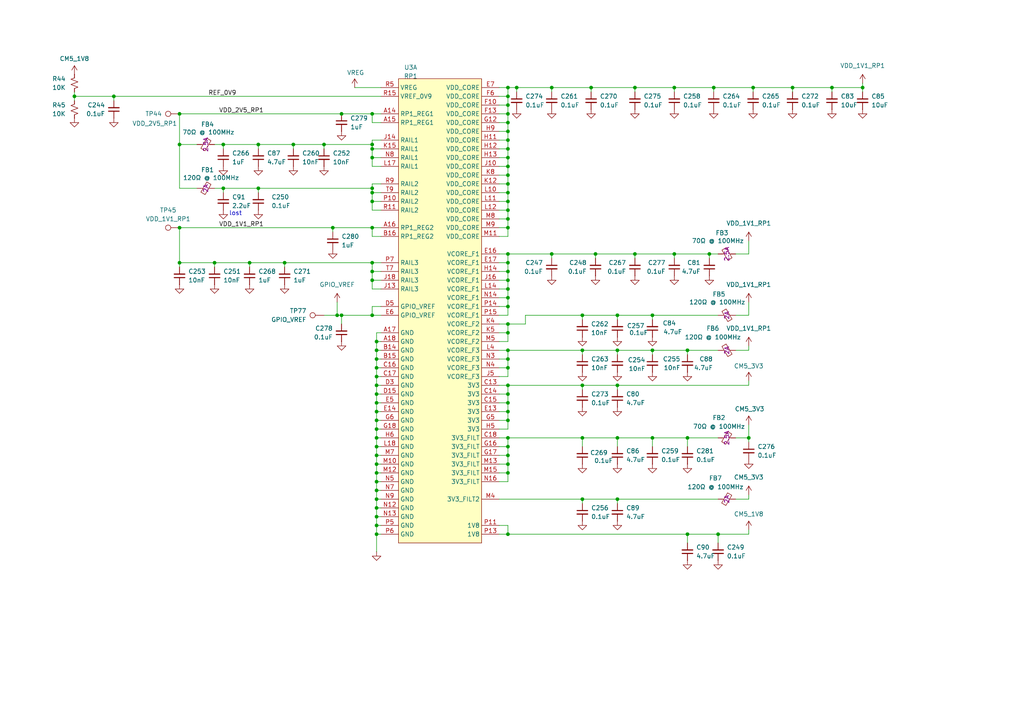
<source format=kicad_sch>
(kicad_sch (version 20250114) (generator "eeschema") (generator_version "9.0")
  (paper "A4")
  (title_block (title "RPi CM5 RP1 Power") (comment 2 "Guaranteed to be inaccurate") (comment 3 "License: CC BY-SA 4.0 (https://creativecommons.org/licenses/by-sa/4.0/)") (comment 4 "Reverse engineered by Tube Time"))
  (text "lost" (at 68.326 61.976 0) (effects (font (size 1.27 1.27))))
  (junction (at 107.95 55.88))
  (junction (at 147.32 111.76))
  (junction (at 160.02 73.66))
  (junction (at 160.02 25.4))
  (junction (at 218.44 25.4))
  (junction (at 208.28 154.94))
  (junction (at 109.22 154.94))
  (junction (at 147.32 76.2))
  (junction (at 74.93 41.91))
  (junction (at 189.23 91.44))
  (junction (at 109.22 109.22))
  (junction (at 147.32 81.28))
  (junction (at 147.32 132.08))
  (junction (at 147.32 35.56))
  (junction (at 217.17 127))
  (junction (at 147.32 43.18))
  (junction (at 195.58 25.4))
  (junction (at 109.22 121.92))
  (junction (at 199.39 127))
  (junction (at 107.95 66.04))
  (junction (at 99.06 33.02))
  (junction (at 109.22 106.68))
  (junction (at 96.52 66.04))
  (junction (at 109.22 144.78))
  (junction (at 147.32 50.8))
  (junction (at 33.02 27.94))
  (junction (at 109.22 147.32))
  (junction (at 184.15 73.66))
  (junction (at 107.95 91.44))
  (junction (at 147.32 78.74))
  (junction (at 168.91 144.78))
  (junction (at 168.91 101.6))
  (junction (at 147.32 58.42))
  (junction (at 107.95 78.74))
  (junction (at 147.32 129.54))
  (junction (at 147.32 27.94))
  (junction (at 82.55 76.2))
  (junction (at 149.86 25.4))
  (junction (at 62.23 76.2))
  (junction (at 147.32 88.9))
  (junction (at 99.06 91.44))
  (junction (at 93.98 41.91))
  (junction (at 205.74 73.66))
  (junction (at 179.07 111.76))
  (junction (at 147.32 137.16))
  (junction (at 147.32 53.34))
  (junction (at 147.32 83.82))
  (junction (at 229.87 25.4))
  (junction (at 199.39 101.6))
  (junction (at 171.45 25.4))
  (junction (at 97.79 91.44))
  (junction (at 147.32 101.6))
  (junction (at 147.32 60.96))
  (junction (at 109.22 111.76))
  (junction (at 189.23 101.6))
  (junction (at 64.77 41.91))
  (junction (at 107.95 45.72))
  (junction (at 52.07 76.2))
  (junction (at 147.32 48.26))
  (junction (at 147.32 106.68))
  (junction (at 147.32 25.4))
  (junction (at 107.95 41.91))
  (junction (at 109.22 114.3))
  (junction (at 179.07 144.78))
  (junction (at 147.32 45.72))
  (junction (at 52.07 66.04))
  (junction (at 109.22 127))
  (junction (at 147.32 154.94))
  (junction (at 107.95 81.28))
  (junction (at 109.22 101.6))
  (junction (at 241.3 25.4))
  (junction (at 147.32 134.62))
  (junction (at 184.15 25.4))
  (junction (at 147.32 63.5))
  (junction (at 147.32 93.98))
  (junction (at 109.22 142.24))
  (junction (at 109.22 134.62))
  (junction (at 195.58 73.66))
  (junction (at 147.32 96.52))
  (junction (at 189.23 127))
  (junction (at 109.22 116.84))
  (junction (at 250.19 25.4))
  (junction (at 107.95 43.18))
  (junction (at 107.95 76.2))
  (junction (at 109.22 119.38))
  (junction (at 147.32 38.1))
  (junction (at 147.32 66.04))
  (junction (at 179.07 101.6))
  (junction (at 52.07 33.02))
  (junction (at 147.32 55.88))
  (junction (at 168.91 91.44))
  (junction (at 107.95 33.02))
  (junction (at 107.95 54.61))
  (junction (at 147.32 114.3))
  (junction (at 147.32 40.64))
  (junction (at 147.32 86.36))
  (junction (at 109.22 124.46))
  (junction (at 207.01 25.4))
  (junction (at 109.22 129.54))
  (junction (at 147.32 121.92))
  (junction (at 52.07 41.91))
  (junction (at 109.22 99.06))
  (junction (at 147.32 127))
  (junction (at 147.32 30.48))
  (junction (at 147.32 104.14))
  (junction (at 109.22 137.16))
  (junction (at 109.22 152.4))
  (junction (at 147.32 73.66))
  (junction (at 21.59 27.94))
  (junction (at 72.39 76.2))
  (junction (at 109.22 149.86))
  (junction (at 147.32 116.84))
  (junction (at 109.22 139.7))
  (junction (at 168.91 127))
  (junction (at 64.77 54.61))
  (junction (at 109.22 104.14))
  (junction (at 109.22 132.08))
  (junction (at 168.91 111.76))
  (junction (at 107.95 58.42))
  (junction (at 172.72 73.66))
  (junction (at 74.93 54.61))
  (junction (at 179.07 127))
  (junction (at 147.32 33.02))
  (junction (at 147.32 119.38))
  (junction (at 179.07 91.44))
  (junction (at 85.09 41.91))
  (junction (at 199.39 154.94))
  (wire (pts (xy 147.32 33.02) (xy 144.78 33.02)))
  (wire (pts (xy 93.98 91.44) (xy 97.79 91.44)))
  (wire (pts (xy 217.17 100.33) (xy 217.17 101.6)))
  (wire (pts (xy 168.91 111.76) (xy 168.91 113.03)))
  (wire (pts (xy 241.3 25.4) (xy 241.3 26.67)))
  (wire (pts (xy 109.22 147.32) (xy 110.49 147.32)))
  (wire (pts (xy 109.22 111.76) (xy 109.22 114.3)))
  (wire (pts (xy 109.22 127) (xy 110.49 127)))
  (wire (pts (xy 147.32 121.92) (xy 147.32 124.46)))
  (wire (pts (xy 144.78 73.66) (xy 147.32 73.66)))
  (wire (pts (xy 144.78 111.76) (xy 147.32 111.76)))
  (wire (pts (xy 147.32 124.46) (xy 144.78 124.46)))
  (wire (pts (xy 199.39 157.48) (xy 199.39 154.94)))
  (wire (pts (xy 144.78 154.94) (xy 147.32 154.94)))
  (wire (pts (xy 160.02 74.93) (xy 160.02 73.66)))
  (wire (pts (xy 82.55 76.2) (xy 72.39 76.2)))
  (wire (pts (xy 109.22 111.76) (xy 110.49 111.76)))
  (wire (pts (xy 107.95 76.2) (xy 82.55 76.2)))
  (wire (pts (xy 147.32 152.4) (xy 147.32 154.94)))
  (wire (pts (xy 109.22 124.46) (xy 110.49 124.46)))
  (wire (pts (xy 147.32 63.5) (xy 147.32 66.04)))
  (wire (pts (xy 241.3 25.4) (xy 250.19 25.4)))
  (wire (pts (xy 217.17 123.19) (xy 217.17 127)))
  (wire (pts (xy 52.07 33.02) (xy 52.07 41.91)))
  (wire (pts (xy 168.91 146.05) (xy 168.91 144.78)))
  (wire (pts (xy 208.28 91.44) (xy 189.23 91.44)))
  (wire (pts (xy 52.07 41.91) (xy 52.07 54.61)))
  (wire (pts (xy 179.07 101.6) (xy 189.23 101.6)))
  (wire (pts (xy 147.32 66.04) (xy 144.78 66.04)))
  (wire (pts (xy 110.49 88.9) (xy 107.95 88.9)))
  (wire (pts (xy 107.95 81.28) (xy 107.95 83.82)))
  (wire (pts (xy 33.02 27.94) (xy 110.49 27.94)))
  (wire (pts (xy 195.58 73.66) (xy 184.15 73.66)))
  (wire (pts (xy 152.4 91.44) (xy 168.91 91.44)))
  (wire (pts (xy 144.78 152.4) (xy 147.32 152.4)))
  (wire (pts (xy 184.15 25.4) (xy 195.58 25.4)))
  (wire (pts (xy 109.22 152.4) (xy 109.22 154.94)))
  (wire (pts (xy 109.22 116.84) (xy 110.49 116.84)))
  (wire (pts (xy 107.95 55.88) (xy 107.95 58.42)))
  (wire (pts (xy 160.02 73.66) (xy 172.72 73.66)))
  (wire (pts (xy 110.49 35.56) (xy 107.95 35.56)))
  (wire (pts (xy 147.32 43.18) (xy 144.78 43.18)))
  (wire (pts (xy 218.44 25.4) (xy 229.87 25.4)))
  (wire (pts (xy 179.07 111.76) (xy 168.91 111.76)))
  (wire (pts (xy 144.78 137.16) (xy 147.32 137.16)))
  (wire (pts (xy 144.78 88.9) (xy 147.32 88.9)))
  (wire (pts (xy 109.22 147.32) (xy 109.22 149.86)))
  (wire (pts (xy 109.22 124.46) (xy 109.22 127)))
  (wire (pts (xy 149.86 25.4) (xy 149.86 26.67)))
  (wire (pts (xy 21.59 29.21) (xy 21.59 27.94)))
  (wire (pts (xy 144.78 106.68) (xy 147.32 106.68)))
  (wire (pts (xy 109.22 132.08) (xy 110.49 132.08)))
  (wire (pts (xy 147.32 81.28) (xy 147.32 78.74)))
  (wire (pts (xy 64.77 41.91) (xy 64.77 43.18)))
  (wire (pts (xy 109.22 104.14) (xy 109.22 106.68)))
  (wire (pts (xy 109.22 129.54) (xy 110.49 129.54)))
  (wire (pts (xy 109.22 134.62) (xy 110.49 134.62)))
  (wire (pts (xy 147.32 119.38) (xy 147.32 116.84)))
  (wire (pts (xy 189.23 127) (xy 199.39 127)))
  (wire (pts (xy 107.95 45.72) (xy 110.49 45.72)))
  (wire (pts (xy 21.59 26.67) (xy 21.59 27.94)))
  (wire (pts (xy 74.93 43.18) (xy 74.93 41.91)))
  (wire (pts (xy 179.07 111.76) (xy 179.07 113.03)))
  (wire (pts (xy 109.22 132.08) (xy 109.22 134.62)))
  (wire (pts (xy 149.86 25.4) (xy 160.02 25.4)))
  (wire (pts (xy 144.78 91.44) (xy 147.32 91.44)))
  (wire (pts (xy 199.39 101.6) (xy 199.39 102.87)))
  (wire (pts (xy 109.22 96.52) (xy 109.22 99.06)))
  (wire (pts (xy 217.17 87.63) (xy 217.17 91.44)))
  (wire (pts (xy 144.78 25.4) (xy 147.32 25.4)))
  (wire (pts (xy 109.22 101.6) (xy 110.49 101.6)))
  (wire (pts (xy 107.95 33.02) (xy 107.95 35.56)))
  (wire (pts (xy 179.07 91.44) (xy 168.91 91.44)))
  (wire (pts (xy 217.17 154.94) (xy 217.17 153.67)))
  (wire (pts (xy 147.32 129.54) (xy 147.32 132.08)))
  (wire (pts (xy 74.93 54.61) (xy 74.93 55.88)))
  (wire (pts (xy 147.32 53.34) (xy 147.32 55.88)))
  (wire (pts (xy 199.39 101.6) (xy 208.28 101.6)))
  (wire (pts (xy 147.32 50.8) (xy 147.32 53.34)))
  (wire (pts (xy 168.91 127) (xy 179.07 127)))
  (wire (pts (xy 109.22 129.54) (xy 109.22 132.08)))
  (wire (pts (xy 147.32 33.02) (xy 147.32 35.56)))
  (wire (pts (xy 109.22 149.86) (xy 109.22 152.4)))
  (wire (pts (xy 147.32 139.7) (xy 147.32 137.16)))
  (wire (pts (xy 189.23 102.87) (xy 189.23 101.6)))
  (wire (pts (xy 64.77 54.61) (xy 74.93 54.61)))
  (wire (pts (xy 109.22 121.92) (xy 110.49 121.92)))
  (wire (pts (xy 147.32 78.74) (xy 147.32 76.2)))
  (wire (pts (xy 109.22 142.24) (xy 109.22 144.78)))
  (wire (pts (xy 147.32 55.88) (xy 144.78 55.88)))
  (wire (pts (xy 147.32 127) (xy 168.91 127)))
  (wire (pts (xy 147.32 134.62) (xy 147.32 137.16)))
  (wire (pts (xy 147.32 111.76) (xy 168.91 111.76)))
  (wire (pts (xy 107.95 76.2) (xy 110.49 76.2)))
  (wire (pts (xy 147.32 66.04) (xy 147.32 68.58)))
  (wire (pts (xy 109.22 152.4) (xy 110.49 152.4)))
  (wire (pts (xy 144.78 119.38) (xy 147.32 119.38)))
  (wire (pts (xy 189.23 91.44) (xy 179.07 91.44)))
  (wire (pts (xy 147.32 45.72) (xy 144.78 45.72)))
  (wire (pts (xy 144.78 101.6) (xy 147.32 101.6)))
  (wire (pts (xy 147.32 27.94) (xy 147.32 30.48)))
  (wire (pts (xy 168.91 144.78) (xy 179.07 144.78)))
  (wire (pts (xy 107.95 78.74) (xy 110.49 78.74)))
  (wire (pts (xy 74.93 54.61) (xy 107.95 54.61)))
  (wire (pts (xy 184.15 73.66) (xy 172.72 73.66)))
  (wire (pts (xy 62.23 41.91) (xy 64.77 41.91)))
  (wire (pts (xy 147.32 99.06) (xy 147.32 96.52)))
  (wire (pts (xy 147.32 73.66) (xy 160.02 73.66)))
  (wire (pts (xy 62.23 76.2) (xy 52.07 76.2)))
  (wire (pts (xy 213.36 101.6) (xy 217.17 101.6)))
  (wire (pts (xy 85.09 41.91) (xy 93.98 41.91)))
  (wire (pts (xy 144.78 109.22) (xy 147.32 109.22)))
  (wire (pts (xy 168.91 91.44) (xy 168.91 92.71)))
  (wire (pts (xy 109.22 121.92) (xy 109.22 124.46)))
  (wire (pts (xy 147.32 40.64) (xy 147.32 43.18)))
  (wire (pts (xy 147.32 83.82) (xy 147.32 86.36)))
  (wire (pts (xy 147.32 58.42) (xy 144.78 58.42)))
  (wire (pts (xy 64.77 55.88) (xy 64.77 54.61)))
  (wire (pts (xy 147.32 50.8) (xy 144.78 50.8)))
  (wire (pts (xy 147.32 96.52) (xy 147.32 93.98)))
  (wire (pts (xy 109.22 109.22) (xy 109.22 111.76)))
  (wire (pts (xy 109.22 119.38) (xy 110.49 119.38)))
  (wire (pts (xy 144.78 116.84) (xy 147.32 116.84)))
  (wire (pts (xy 217.17 110.49) (xy 217.17 111.76)))
  (wire (pts (xy 189.23 92.71) (xy 189.23 91.44)))
  (wire (pts (xy 107.95 58.42) (xy 110.49 58.42)))
  (wire (pts (xy 107.95 83.82) (xy 110.49 83.82)))
  (wire (pts (xy 109.22 101.6) (xy 109.22 104.14)))
  (wire (pts (xy 110.49 25.4) (xy 102.87 25.4)))
  (wire (pts (xy 109.22 114.3) (xy 109.22 116.84)))
  (wire (pts (xy 109.22 134.62) (xy 109.22 137.16)))
  (wire (pts (xy 208.28 154.94) (xy 208.28 157.48)))
  (wire (pts (xy 107.95 60.96) (xy 110.49 60.96)))
  (wire (pts (xy 217.17 69.85) (xy 217.17 73.66)))
  (wire (pts (xy 144.78 81.28) (xy 147.32 81.28)))
  (wire (pts (xy 109.22 109.22) (xy 110.49 109.22)))
  (wire (pts (xy 109.22 137.16) (xy 109.22 139.7)))
  (wire (pts (xy 107.95 55.88) (xy 110.49 55.88)))
  (wire (pts (xy 107.95 33.02) (xy 110.49 33.02)))
  (wire (pts (xy 195.58 25.4) (xy 207.01 25.4)))
  (wire (pts (xy 147.32 25.4) (xy 149.86 25.4)))
  (wire (pts (xy 147.32 119.38) (xy 147.32 121.92)))
  (wire (pts (xy 217.17 73.66) (xy 213.36 73.66)))
  (wire (pts (xy 147.32 109.22) (xy 147.32 106.68)))
  (wire (pts (xy 147.32 38.1) (xy 144.78 38.1)))
  (wire (pts (xy 171.45 25.4) (xy 184.15 25.4)))
  (wire (pts (xy 99.06 93.98) (xy 99.06 91.44)))
  (wire (pts (xy 107.95 54.61) (xy 107.95 55.88)))
  (wire (pts (xy 195.58 73.66) (xy 205.74 73.66)))
  (wire (pts (xy 199.39 129.54) (xy 199.39 127)))
  (wire (pts (xy 107.95 54.61) (xy 107.95 53.34)))
  (wire (pts (xy 179.07 102.87) (xy 179.07 101.6)))
  (wire (pts (xy 109.22 99.06) (xy 110.49 99.06)))
  (wire (pts (xy 96.52 66.04) (xy 107.95 66.04)))
  (wire (pts (xy 195.58 74.93) (xy 195.58 73.66)))
  (wire (pts (xy 213.36 127) (xy 217.17 127)))
  (wire (pts (xy 147.32 101.6) (xy 168.91 101.6)))
  (wire (pts (xy 99.06 91.44) (xy 107.95 91.44)))
  (wire (pts (xy 82.55 76.2) (xy 82.55 77.47)))
  (wire (pts (xy 147.32 30.48) (xy 147.32 33.02)))
  (wire (pts (xy 160.02 25.4) (xy 171.45 25.4)))
  (wire (pts (xy 144.78 93.98) (xy 147.32 93.98)))
  (wire (pts (xy 147.32 81.28) (xy 147.32 83.82)))
  (wire (pts (xy 107.95 41.91) (xy 107.95 43.18)))
  (wire (pts (xy 72.39 76.2) (xy 62.23 76.2)))
  (wire (pts (xy 217.17 91.44) (xy 213.36 91.44)))
  (wire (pts (xy 144.78 83.82) (xy 147.32 83.82)))
  (wire (pts (xy 168.91 127) (xy 168.91 129.54)))
  (wire (pts (xy 72.39 76.2) (xy 72.39 77.47)))
  (wire (pts (xy 189.23 101.6) (xy 199.39 101.6)))
  (wire (pts (xy 144.78 27.94) (xy 147.32 27.94)))
  (wire (pts (xy 147.32 55.88) (xy 147.32 58.42)))
  (wire (pts (xy 199.39 127) (xy 208.28 127)))
  (wire (pts (xy 52.07 54.61) (xy 57.15 54.61)))
  (wire (pts (xy 199.39 154.94) (xy 208.28 154.94)))
  (wire (pts (xy 147.32 48.26) (xy 147.32 50.8)))
  (wire (pts (xy 74.93 41.91) (xy 85.09 41.91)))
  (wire (pts (xy 147.32 68.58) (xy 144.78 68.58)))
  (wire (pts (xy 218.44 26.67) (xy 218.44 25.4)))
  (wire (pts (xy 229.87 25.4) (xy 241.3 25.4)))
  (wire (pts (xy 107.95 91.44) (xy 110.49 91.44)))
  (wire (pts (xy 33.02 29.21) (xy 33.02 27.94)))
  (wire (pts (xy 64.77 41.91) (xy 74.93 41.91)))
  (wire (pts (xy 144.78 129.54) (xy 147.32 129.54)))
  (wire (pts (xy 207.01 25.4) (xy 218.44 25.4)))
  (wire (pts (xy 147.32 40.64) (xy 144.78 40.64)))
  (wire (pts (xy 144.78 86.36) (xy 147.32 86.36)))
  (wire (pts (xy 109.22 137.16) (xy 110.49 137.16)))
  (wire (pts (xy 147.32 104.14) (xy 147.32 106.68)))
  (wire (pts (xy 147.32 58.42) (xy 147.32 60.96)))
  (wire (pts (xy 33.02 27.94) (xy 21.59 27.94)))
  (wire (pts (xy 147.32 45.72) (xy 147.32 48.26)))
  (wire (pts (xy 179.07 144.78) (xy 179.07 146.05)))
  (wire (pts (xy 62.23 77.47) (xy 62.23 76.2)))
  (wire (pts (xy 144.78 96.52) (xy 147.32 96.52)))
  (wire (pts (xy 109.22 119.38) (xy 109.22 121.92)))
  (wire (pts (xy 152.4 93.98) (xy 152.4 91.44)))
  (wire (pts (xy 110.49 53.34) (xy 107.95 53.34)))
  (wire (pts (xy 147.32 76.2) (xy 147.32 73.66)))
  (wire (pts (xy 107.95 45.72) (xy 107.95 48.26)))
  (wire (pts (xy 172.72 73.66) (xy 172.72 74.93)))
  (wire (pts (xy 144.78 99.06) (xy 147.32 99.06)))
  (wire (pts (xy 250.19 25.4) (xy 250.19 26.67)))
  (wire (pts (xy 250.19 24.13) (xy 250.19 25.4)))
  (wire (pts (xy 147.32 127) (xy 147.32 129.54)))
  (wire (pts (xy 207.01 26.67) (xy 207.01 25.4)))
  (wire (pts (xy 229.87 25.4) (xy 229.87 26.67)))
  (wire (pts (xy 52.07 77.47) (xy 52.07 76.2)))
  (wire (pts (xy 109.22 99.06) (xy 109.22 101.6)))
  (wire (pts (xy 160.02 25.4) (xy 160.02 26.67)))
  (wire (pts (xy 184.15 26.67) (xy 184.15 25.4)))
  (wire (pts (xy 189.23 127) (xy 189.23 129.54)))
  (wire (pts (xy 147.32 53.34) (xy 144.78 53.34)))
  (wire (pts (xy 144.78 132.08) (xy 147.32 132.08)))
  (wire (pts (xy 168.91 101.6) (xy 179.07 101.6)))
  (wire (pts (xy 109.22 149.86) (xy 110.49 149.86)))
  (wire (pts (xy 179.07 111.76) (xy 217.17 111.76)))
  (wire (pts (xy 107.95 40.64) (xy 107.95 41.91)))
  (wire (pts (xy 147.32 111.76) (xy 147.32 114.3)))
  (wire (pts (xy 109.22 127) (xy 109.22 129.54)))
  (wire (pts (xy 109.22 139.7) (xy 109.22 142.24)))
  (wire (pts (xy 107.95 43.18) (xy 110.49 43.18)))
  (wire (pts (xy 144.78 104.14) (xy 147.32 104.14)))
  (wire (pts (xy 107.95 66.04) (xy 107.95 68.58)))
  (wire (pts (xy 109.22 116.84) (xy 109.22 119.38)))
  (wire (pts (xy 109.22 139.7) (xy 110.49 139.7)))
  (wire (pts (xy 62.23 54.61) (xy 64.77 54.61)))
  (wire (pts (xy 109.22 144.78) (xy 109.22 147.32)))
  (wire (pts (xy 107.95 76.2) (xy 107.95 78.74)))
  (wire (pts (xy 147.32 35.56) (xy 147.32 38.1)))
  (wire (pts (xy 147.32 114.3) (xy 144.78 114.3)))
  (wire (pts (xy 217.17 144.78) (xy 213.36 144.78)))
  (wire (pts (xy 179.07 127) (xy 189.23 127)))
  (wire (pts (xy 97.79 91.44) (xy 99.06 91.44)))
  (wire (pts (xy 168.91 102.87) (xy 168.91 101.6)))
  (wire (pts (xy 147.32 86.36) (xy 147.32 88.9)))
  (wire (pts (xy 147.32 48.26) (xy 144.78 48.26)))
  (wire (pts (xy 147.32 30.48) (xy 144.78 30.48)))
  (wire (pts (xy 110.49 48.26) (xy 107.95 48.26)))
  (wire (pts (xy 147.32 104.14) (xy 147.32 101.6)))
  (wire (pts (xy 109.22 114.3) (xy 110.49 114.3)))
  (wire (pts (xy 110.49 40.64) (xy 107.95 40.64)))
  (wire (pts (xy 107.95 43.18) (xy 107.95 45.72)))
  (wire (pts (xy 144.78 76.2) (xy 147.32 76.2)))
  (wire (pts (xy 93.98 41.91) (xy 107.95 41.91)))
  (wire (pts (xy 147.32 154.94) (xy 199.39 154.94)))
  (wire (pts (xy 93.98 41.91) (xy 93.98 43.18)))
  (wire (pts (xy 205.74 73.66) (xy 205.74 74.93)))
  (wire (pts (xy 208.28 73.66) (xy 205.74 73.66)))
  (wire (pts (xy 99.06 33.02) (xy 107.95 33.02)))
  (wire (pts (xy 179.07 127) (xy 179.07 129.54)))
  (wire (pts (xy 147.32 116.84) (xy 147.32 114.3)))
  (wire (pts (xy 107.95 91.44) (xy 107.95 88.9)))
  (wire (pts (xy 52.07 66.04) (xy 96.52 66.04)))
  (wire (pts (xy 109.22 142.24) (xy 110.49 142.24)))
  (wire (pts (xy 110.49 66.04) (xy 107.95 66.04)))
  (wire (pts (xy 217.17 143.51) (xy 217.17 144.78)))
  (wire (pts (xy 96.52 66.04) (xy 96.52 67.31)))
  (wire (pts (xy 147.32 38.1) (xy 147.32 40.64)))
  (wire (pts (xy 85.09 41.91) (xy 85.09 43.18)))
  (wire (pts (xy 208.28 144.78) (xy 179.07 144.78)))
  (wire (pts (xy 109.22 154.94) (xy 109.22 160.02)))
  (wire (pts (xy 109.22 144.78) (xy 110.49 144.78)))
  (wire (pts (xy 147.32 60.96) (xy 147.32 63.5)))
  (wire (pts (xy 144.78 134.62) (xy 147.32 134.62)))
  (wire (pts (xy 144.78 78.74) (xy 147.32 78.74)))
  (wire (pts (xy 144.78 121.92) (xy 147.32 121.92)))
  (wire (pts (xy 147.32 35.56) (xy 144.78 35.56)))
  (wire (pts (xy 97.79 87.63) (xy 97.79 91.44)))
  (wire (pts (xy 109.22 154.94) (xy 110.49 154.94)))
  (wire (pts (xy 109.22 96.52) (xy 110.49 96.52)))
  (wire (pts (xy 109.22 106.68) (xy 109.22 109.22)))
  (wire (pts (xy 147.32 60.96) (xy 144.78 60.96)))
  (wire (pts (xy 52.07 33.02) (xy 99.06 33.02)))
  (wire (pts (xy 147.32 63.5) (xy 144.78 63.5)))
  (wire (pts (xy 171.45 25.4) (xy 171.45 26.67)))
  (wire (pts (xy 109.22 104.14) (xy 110.49 104.14)))
  (wire (pts (xy 52.07 41.91) (xy 57.15 41.91)))
  (wire (pts (xy 144.78 127) (xy 147.32 127)))
  (wire (pts (xy 144.78 139.7) (xy 147.32 139.7)))
  (wire (pts (xy 184.15 74.93) (xy 184.15 73.66)))
  (wire (pts (xy 208.28 154.94) (xy 217.17 154.94)))
  (wire (pts (xy 147.32 134.62) (xy 147.32 132.08)))
  (wire (pts (xy 147.32 93.98) (xy 152.4 93.98)))
  (wire (pts (xy 147.32 25.4) (xy 147.32 27.94)))
  (wire (pts (xy 107.95 68.58) (xy 110.49 68.58)))
  (wire (pts (xy 107.95 78.74) (xy 107.95 81.28)))
  (wire (pts (xy 147.32 43.18) (xy 147.32 45.72)))
  (wire (pts (xy 195.58 26.67) (xy 195.58 25.4)))
  (wire (pts (xy 217.17 127) (xy 217.17 128.27)))
  (wire (pts (xy 109.22 106.68) (xy 110.49 106.68)))
  (wire (pts (xy 52.07 76.2) (xy 52.07 66.04)))
  (wire (pts (xy 147.32 88.9) (xy 147.32 91.44)))
  (wire (pts (xy 107.95 58.42) (xy 107.95 60.96)))
  (wire (pts (xy 107.95 81.28) (xy 110.49 81.28)))
  (wire (pts (xy 144.78 144.78) (xy 168.91 144.78)))
  (wire (pts (xy 179.07 92.71) (xy 179.07 91.44)))
  (label "VDD_2V5_RP1" (at 63.5 33.02 0))
  (label "REF_0V9" (at 68.58 27.94 180))
  (label "VDD_1V1_RP1" (at 63.5 66.04 0))
  (symbol (lib_id "power:+5V") (at 250.19 24.13 0) (unit 1)
    (property "Reference" "#PWR0392" (effects (hide yes)))
    (property "Value" "VDD_1V1_RP1" (at 250.19 19.05 0))
    (property "Description" "Power symbol creates a global label with name \"+5V\"" (effects (hide yes)))
  )
  (symbol (lib_id "power:GND") (at 241.3 31.75 0) (unit 1)
    (property "Reference" "#PWR0402" (effects (hide yes)))
    (property "Value" "GND" (effects (hide yes)))
    (property "Description" "Power symbol creates a global label with name \"GND\" , ground" (effects (hide yes)))
  )
  (symbol (lib_id "Device:C_Small") (at 72.39 80.01 180) (unit 1)
    (property "Reference" "C268" (at 74.93 78.7335 0) (effects (justify right)))
    (property "Value" "1uF" (at 74.93 81.2735 0) (effects (justify right)))
    (property "Footprint" "Capacitor_SMD:C_0201_0603Metric" (effects (hide yes)))
  )
  (symbol (lib_id "Device:C_Small") (at 179.07 105.41 0) (mirror y) (unit 1)
    (property "Reference" "C254" (at 187.198 104.394 0) (effects (justify left)))
    (property "Value" "10nF" (at 187.198 106.934 0) (effects (justify left)))
    (property "Footprint" "Capacitor_SMD:C_0201_0603Metric" (effects (hide yes)))
  )
  (symbol (lib_id "Device:C_Small") (at 179.07 95.25 0) (mirror x) (unit 1)
    (property "Reference" "C262" (at 176.53 93.98 0) (effects (justify right)))
    (property "Value" "0.1uF" (at 187.96 96.52 0) (effects (justify right)))
    (property "Footprint" "Capacitor_SMD:C_0201_0603Metric" (effects (hide yes)))
  )
  (symbol (lib_id "power:GND") (at 171.45 31.75 0) (unit 1)
    (property "Reference" "#PWR0399" (effects (hide yes)))
    (property "Value" "GND" (effects (hide yes)))
    (property "Description" "Power symbol creates a global label with name \"GND\" , ground" (effects (hide yes)))
  )
  (symbol (lib_id "power:GND") (at 189.23 107.95 0) (mirror y) (unit 1)
    (property "Reference" "#PWR0409" (effects (hide yes)))
    (property "Value" "GND" (effects (hide yes)))
    (property "Description" "Power symbol creates a global label with name \"GND\" , ground" (effects (hide yes)))
  )
  (symbol (lib_id "power:GND") (at 64.77 48.26 0) (unit 1)
    (property "Reference" "#PWR0382" (effects (hide yes)))
    (property "Value" "GND" (effects (hide yes)))
    (property "Description" "Power symbol creates a global label with name \"GND\" , ground" (effects (hide yes)))
  )
  (symbol (lib_id "power:GND") (at 72.39 82.55 0) (unit 1)
    (property "Reference" "#PWR0464" (effects (hide yes)))
    (property "Value" "GND" (effects (hide yes)))
    (property "Description" "Power symbol creates a global label with name \"GND\" , ground" (effects (hide yes)))
  )
  (symbol (lib_id "Device:FerriteBead_Small") (at 210.82 91.44 270) (mirror x) (unit 1)
    (property "Reference" "FB5" (at 208.534 85.344 90))
    (property "Value" "120Ω @ 100MHz" (at 208.026 87.63 90))
    (property "Footprint" "Inductor_SMD:L_0402_1005Metric" (effects (hide yes)))
    (property "Description" "Ferrite bead, small symbol" (effects (hide yes)))
    (property "Rating" "2A" (at 210.82 91.44 0))
  )
  (symbol (lib_id "Device:C_Small") (at 74.93 45.72 180) (unit 1)
    (property "Reference" "C87" (at 77.47 44.4435 0) (effects (justify right)))
    (property "Value" "4.7uF" (at 77.47 46.9835 0) (effects (justify right)))
    (property "Footprint" "Capacitor_SMD:C_0402_1005Metric" (effects (hide yes)))
  )
  (symbol (lib_id "power:+3.3V") (at 21.59 21.59 0) (mirror y) (unit 1)
    (property "Reference" "#PWR0370" (effects (hide yes)))
    (property "Value" "CM5_1V8" (at 21.59 17.018 0))
    (property "Description" "Power symbol creates a global label with name \"+3.3V\"" (effects (hide yes)))
  )
  (symbol (lib_id "Device:C_Small") (at 64.77 58.42 0) (unit 1)
    (property "Reference" "C91" (at 67.31 57.1562 0) (effects (justify left)))
    (property "Value" "2.2uF" (at 67.31 59.6962 0) (effects (justify left)))
    (property "Footprint" "Capacitor_SMD:C_0402_1005Metric" (effects (hide yes)))
  )
  (symbol (lib_id "power:GND") (at 195.58 31.75 0) (unit 1)
    (property "Reference" "#PWR0396" (effects (hide yes)))
    (property "Value" "GND" (effects (hide yes)))
    (property "Description" "Power symbol creates a global label with name \"GND\" , ground" (effects (hide yes)))
  )
  (symbol (lib_id "Device:R_Small_US") (at 21.59 24.13 0) (mirror y) (unit 1)
    (property "Reference" "R44" (at 19.05 22.8599 0) (effects (justify left)))
    (property "Value" "10K" (at 19.05 25.3999 0) (effects (justify left)))
    (property "Footprint" "Resistor_SMD:R_0201_0603Metric" (effects (hide yes)))
  )
  (symbol (lib_id "power:GND") (at 184.15 31.75 0) (unit 1)
    (property "Reference" "#PWR0397" (effects (hide yes)))
    (property "Value" "GND" (effects (hide yes)))
    (property "Description" "Power symbol creates a global label with name \"GND\" , ground" (effects (hide yes)))
  )
  (symbol (lib_id "power:GND") (at 160.02 80.01 0) (mirror y) (unit 1)
    (property "Reference" "#PWR0377" (effects (hide yes)))
    (property "Value" "GND" (effects (hide yes)))
    (property "Description" "Power symbol creates a global label with name \"GND\" , ground" (effects (hide yes)))
  )
  (symbol (lib_id "power:GND") (at 199.39 162.56 0) (unit 1)
    (property "Reference" "#PWR0371" (effects (hide yes)))
    (property "Value" "GND" (effects (hide yes)))
    (property "Description" "Power symbol creates a global label with name \"GND\" , ground" (effects (hide yes)))
  )
  (symbol (lib_id "power:GND") (at 179.07 118.11 0) (unit 1)
    (property "Reference" "#PWR0385" (effects (hide yes)))
    (property "Value" "GND" (effects (hide yes)))
    (property "Description" "Power symbol creates a global label with name \"GND\" , ground" (effects (hide yes)))
  )
  (symbol (lib_id "power:+5V") (at 102.87 25.4 0) (mirror y) (unit 1)
    (property "Reference" "#PWR010" (effects (hide yes)))
    (property "Value" "VREG" (at 103.124 21.082 0))
    (property "Description" "Power symbol creates a global label with name \"+5V\"" (effects (hide yes)))
  )
  (symbol (lib_id "power:GND") (at 179.07 134.62 0) (unit 1)
    (property "Reference" "#PWR0420" (effects (hide yes)))
    (property "Value" "GND" (effects (hide yes)))
    (property "Description" "Power symbol creates a global label with name \"GND\" , ground" (effects (hide yes)))
  )
  (symbol (lib_id "Device:C_Small") (at 52.07 80.01 180) (unit 1)
    (property "Reference" "C253" (at 54.61 78.7335 0) (effects (justify right)))
    (property "Value" "10nF" (at 54.61 81.2735 0) (effects (justify right)))
    (property "Footprint" "Capacitor_SMD:C_0201_0603Metric" (effects (hide yes)))
  )
  (symbol (lib_id "Device:C_Small") (at 85.09 45.72 180) (unit 1)
    (property "Reference" "C260" (at 87.63 44.4435 0) (effects (justify right)))
    (property "Value" "10nF" (at 87.63 46.9835 0) (effects (justify right)))
    (property "Footprint" "Capacitor_SMD:C_0201_0603Metric" (effects (hide yes)))
  )
  (symbol (lib_id "Device:FerriteBead_Small") (at 210.82 144.78 90) (unit 1)
    (property "Reference" "FB7" (at 207.518 138.684 90))
    (property "Value" "120Ω @ 100MHz" (at 207.518 141.224 90))
    (property "Footprint" "Inductor_SMD:L_0402_1005Metric" (effects (hide yes)))
    (property "Description" "Ferrite bead, small symbol" (effects (hide yes)))
    (property "Rating" "2A" (at 210.82 144.78 0))
  )
  (symbol (lib_id "power:GND") (at 99.06 38.1 0) (unit 1)
    (property "Reference" "#PWR0383" (effects (hide yes)))
    (property "Value" "GND" (effects (hide yes)))
    (property "Description" "Power symbol creates a global label with name \"GND\" , ground" (effects (hide yes)))
  )
  (symbol (lib_id "Device:R_Small_US") (at 21.59 31.75 0) (mirror x) (unit 1)
    (property "Reference" "R45" (at 19.05 30.4799 0) (effects (justify right)))
    (property "Value" "10K" (at 19.05 33.0199 0) (effects (justify right)))
    (property "Footprint" "Resistor_SMD:R_0201_0603Metric" (effects (hide yes)))
  )
  (symbol (lib_id "power:GND") (at 184.15 80.01 0) (mirror y) (unit 1)
    (property "Reference" "#PWR0419" (effects (hide yes)))
    (property "Value" "GND" (effects (hide yes)))
    (property "Description" "Power symbol creates a global label with name \"GND\" , ground" (effects (hide yes)))
  )
  (symbol (lib_id "power:GND") (at 207.01 31.75 0) (unit 1)
    (property "Reference" "#PWR0395" (effects (hide yes)))
    (property "Value" "GND" (effects (hide yes)))
    (property "Description" "Power symbol creates a global label with name \"GND\" , ground" (effects (hide yes)))
  )
  (symbol (lib_id "Device:C_Small") (at 189.23 132.08 180) (unit 1)
    (property "Reference" "C259" (at 191.77 130.8035 0) (effects (justify right)))
    (property "Value" "0.1uF" (at 191.77 133.3435 0) (effects (justify right)))
    (property "Footprint" "Capacitor_SMD:C_0201_0603Metric" (effects (hide yes)))
  )
  (symbol (lib_id "power:GND") (at 217.17 133.35 0) (unit 1)
    (property "Reference" "#PWR0387" (effects (hide yes)))
    (property "Value" "GND" (effects (hide yes)))
    (property "Description" "Power symbol creates a global label with name \"GND\" , ground" (effects (hide yes)))
  )
  (symbol (lib_id "Device:C_Small") (at 199.39 160.02 180) (unit 1)
    (property "Reference" "C90" (at 201.93 158.7435 0) (effects (justify right)))
    (property "Value" "4.7uF" (at 201.93 161.2835 0) (effects (justify right)))
    (property "Footprint" "Capacitor_SMD:C_0402_1005Metric" (effects (hide yes)))
  )
  (symbol (lib_id "power:GND") (at 74.93 60.96 0) (unit 1)
    (property "Reference" "#PWR0367" (effects (hide yes)))
    (property "Value" "GND" (effects (hide yes)))
    (property "Description" "Power symbol creates a global label with name \"GND\" , ground" (effects (hide yes)))
  )
  (symbol (lib_id "power:+3.3V") (at 217.17 153.67 0) (unit 1)
    (property "Reference" "#PWR0369" (effects (hide yes)))
    (property "Value" "CM5_1V8" (at 217.17 149.098 0))
    (property "Description" "Power symbol creates a global label with name \"+3.3V\"" (effects (hide yes)))
  )
  (symbol (lib_id "Device:FerriteBead_Small") (at 59.69 41.91 270) (unit 1)
    (property "Reference" "FB4" (at 60.198 36.068 90))
    (property "Value" "70Ω @ 100MHz" (at 60.452 38.354 90))
    (property "Footprint" "Inductor_SMD:L_0402_1005Metric" (effects (hide yes)))
    (property "Description" "Ferrite bead, small symbol" (effects (hide yes)))
    (property "Rating" "2.5A" (at 59.69 41.91 0))
  )
  (symbol (lib_id "Device:C_Small") (at 168.91 148.59 0) (unit 1)
    (property "Reference" "C256" (at 171.45 147.3262 0) (effects (justify left)))
    (property "Value" "0.1uF" (at 171.45 149.8662 0) (effects (justify left)))
    (property "Footprint" "Capacitor_SMD:C_0201_0603Metric" (effects (hide yes)))
  )
  (symbol (lib_id "power:+5V") (at 217.17 69.85 0) (mirror y) (unit 1)
    (property "Reference" "#PWR0465" (effects (hide yes)))
    (property "Value" "VDD_1V1_RP1" (at 217.17 64.77 0))
    (property "Description" "Power symbol creates a global label with name \"+5V\"" (effects (hide yes)))
  )
  (symbol (lib_id "power:+5V") (at 217.17 110.49 0) (unit 1)
    (property "Reference" "#PWR0467" (effects (hide yes)))
    (property "Value" "CM5_3V3" (at 217.17 106.172 0))
    (property "Description" "Power symbol creates a global label with name \"+5V\"" (effects (hide yes)))
  )
  (symbol (lib_id "power:GND") (at 62.23 82.55 0) (unit 1)
    (property "Reference" "#PWR0391" (effects (hide yes)))
    (property "Value" "GND" (effects (hide yes)))
    (property "Description" "Power symbol creates a global label with name \"GND\" , ground" (effects (hide yes)))
  )
  (symbol (lib_id "power:GND") (at 168.91 107.95 0) (unit 1)
    (property "Reference" "#PWR0413" (effects (hide yes)))
    (property "Value" "GND" (effects (hide yes)))
    (property "Description" "Power symbol creates a global label with name \"GND\" , ground" (effects (hide yes)))
  )
  (symbol (lib_id "power:GND") (at 199.39 134.62 0) (unit 1)
    (property "Reference" "#PWR0388" (effects (hide yes)))
    (property "Value" "GND" (effects (hide yes)))
    (property "Description" "Power symbol creates a global label with name \"GND\" , ground" (effects (hide yes)))
  )
  (symbol (lib_id "Device:C_Small") (at 189.23 95.25 0) (mirror x) (unit 1)
    (property "Reference" "C84" (at 196.088 93.7195 0) (effects (justify right)))
    (property "Value" "4.7uF" (at 197.866 96.266 0) (effects (justify right)))
    (property "Footprint" "Capacitor_SMD:C_0402_1005Metric" (effects (hide yes)))
  )
  (symbol (lib_id "power:GND") (at 93.98 48.26 0) (unit 1)
    (property "Reference" "#PWR0404" (effects (hide yes)))
    (property "Value" "GND" (effects (hide yes)))
    (property "Description" "Power symbol creates a global label with name \"GND\" , ground" (effects (hide yes)))
  )
  (symbol (lib_id "power:GND") (at 218.44 31.75 0) (unit 1)
    (property "Reference" "#PWR0394" (effects (hide yes)))
    (property "Value" "GND" (effects (hide yes)))
    (property "Description" "Power symbol creates a global label with name \"GND\" , ground" (effects (hide yes)))
  )
  (symbol (lib_id "power:GND") (at 160.02 31.75 0) (unit 1)
    (property "Reference" "#PWR0398" (effects (hide yes)))
    (property "Value" "GND" (effects (hide yes)))
    (property "Description" "Power symbol creates a global label with name \"GND\" , ground" (effects (hide yes)))
  )
  (symbol (lib_id "Device:C_Small") (at 160.02 29.21 0) (unit 1)
    (property "Reference" "C261" (at 162.56 27.9462 0) (effects (justify left)))
    (property "Value" "0.1uF" (at 162.56 30.4862 0) (effects (justify left)))
    (property "Footprint" "Capacitor_SMD:C_0201_0603Metric" (effects (hide yes)))
  )
  (symbol (lib_id "Device:C_Small") (at 184.15 77.47 0) (mirror x) (unit 1)
    (property "Reference" "C267" (at 181.61 76.1935 0) (effects (justify right)))
    (property "Value" "0.1uF" (at 181.61 78.7335 0) (effects (justify right)))
    (property "Footprint" "Capacitor_SMD:C_0201_0603Metric" (effects (hide yes)))
  )
  (symbol (lib_id "power:GND") (at 205.74 80.01 0) (mirror y) (unit 1)
    (property "Reference" "#PWR0416" (effects (hide yes)))
    (property "Value" "GND" (effects (hide yes)))
    (property "Description" "Power symbol creates a global label with name \"GND\" , ground" (effects (hide yes)))
  )
  (symbol (lib_id "Device:C_Small") (at 207.01 29.21 180) (unit 1)
    (property "Reference" "C264" (at 209.55 27.9335 0) (effects (justify right)))
    (property "Value" "0.1uF" (at 209.55 30.4735 0) (effects (justify right)))
    (property "Footprint" "Capacitor_SMD:C_0201_0603Metric" (effects (hide yes)))
  )
  (symbol (lib_id "power:GND") (at 33.02 34.29 0) (mirror y) (unit 1)
    (property "Reference" "#PWR0376" (effects (hide yes)))
    (property "Value" "GND" (effects (hide yes)))
    (property "Description" "Power symbol creates a global label with name \"GND\" , ground" (effects (hide yes)))
  )
  (symbol (lib_id "Device:C_Small") (at 74.93 58.42 180) (unit 1)
    (property "Reference" "C250" (at 78.74 57.1435 0) (effects (justify right)))
    (property "Value" "0.1uF" (at 78.74 59.6835 0) (effects (justify right)))
    (property "Footprint" "Capacitor_SMD:C_0201_0603Metric" (effects (hide yes)))
  )
  (symbol (lib_id "power:GND") (at 85.09 48.26 0) (unit 1)
    (property "Reference" "#PWR0381" (effects (hide yes)))
    (property "Value" "GND" (effects (hide yes)))
    (property "Description" "Power symbol creates a global label with name \"GND\" , ground" (effects (hide yes)))
  )
  (symbol (lib_id "Device:C_Small") (at 62.23 80.01 180) (unit 1)
    (property "Reference" "C251" (at 64.77 78.7335 0) (effects (justify right)))
    (property "Value" "10nF" (at 64.77 81.2735 0) (effects (justify right)))
    (property "Footprint" "Capacitor_SMD:C_0201_0603Metric" (effects (hide yes)))
  )
  (symbol (lib_id "power:GND") (at 195.58 80.01 0) (mirror y) (unit 1)
    (property "Reference" "#PWR0417" (effects (hide yes)))
    (property "Value" "GND" (effects (hide yes)))
    (property "Description" "Power symbol creates a global label with name \"GND\" , ground" (effects (hide yes)))
  )
  (symbol (lib_id "power:GND") (at 109.22 160.02 0) (unit 1)
    (property "Reference" "#PWR0462" (effects (hide yes)))
    (property "Value" "GND" (effects (hide yes)))
    (property "Description" "Power symbol creates a global label with name \"GND\" , ground" (effects (hide yes)))
  )
  (symbol (lib_id "Device:C_Small") (at 82.55 80.01 180) (unit 1)
    (property "Reference" "C271" (at 85.09 78.7335 0) (effects (justify right)))
    (property "Value" "1uF" (at 85.09 81.2735 0) (effects (justify right)))
    (property "Footprint" "Capacitor_SMD:C_0201_0603Metric" (effects (hide yes)))
  )
  (symbol (lib_id "Device:C_Small") (at 208.28 160.02 180) (unit 1)
    (property "Reference" "C249" (at 210.82 158.7435 0) (effects (justify right)))
    (property "Value" "0.1uF" (at 210.82 161.2835 0) (effects (justify right)))
    (property "Footprint" "Capacitor_SMD:C_0201_0603Metric" (effects (hide yes)))
  )
  (symbol (lib_id "power:GND") (at 189.23 97.79 0) (mirror y) (unit 1)
    (property "Reference" "#PWR0412" (effects (hide yes)))
    (property "Value" "GND" (effects (hide yes)))
    (property "Description" "Power symbol creates a global label with name \"GND\" , ground" (effects (hide yes)))
  )
  (symbol (lib_id "power:GND") (at 149.86 31.75 0) (unit 1)
    (property "Reference" "#PWR0401" (effects (hide yes)))
    (property "Value" "GND" (effects (hide yes)))
    (property "Description" "Power symbol creates a global label with name \"GND\" , ground" (effects (hide yes)))
  )
  (symbol (lib_id "power:GND") (at 96.52 72.39 0) (unit 1)
    (property "Reference" "#PWR0384" (effects (hide yes)))
    (property "Value" "GND" (effects (hide yes)))
    (property "Description" "Power symbol creates a global label with name \"GND\" , ground" (effects (hide yes)))
  )
  (symbol (lib_id "power:GND") (at 250.19 31.75 0) (unit 1)
    (property "Reference" "#PWR0403" (effects (hide yes)))
    (property "Value" "GND" (effects (hide yes)))
    (property "Description" "Power symbol creates a global label with name \"GND\" , ground" (effects (hide yes)))
  )
  (symbol (lib_id "power:+5V") (at 217.17 87.63 0) (mirror y) (unit 1)
    (property "Reference" "#PWR0407" (effects (hide yes)))
    (property "Value" "VDD_1V1_RP1" (at 217.17 82.55 0))
    (property "Description" "Power symbol creates a global label with name \"+5V\"" (effects (hide yes)))
  )
  (symbol (lib_id "Device:C_Small") (at 195.58 29.21 180) (unit 1)
    (property "Reference" "C258" (at 198.12 27.9335 0) (effects (justify right)))
    (property "Value" "0.1uF" (at 198.12 30.4735 0) (effects (justify right)))
    (property "Footprint" "Capacitor_SMD:C_0201_0603Metric" (effects (hide yes)))
  )
  (symbol (lib_id "power:GND") (at 168.91 97.79 0) (mirror y) (unit 1)
    (property "Reference" "#PWR0410" (effects (hide yes)))
    (property "Value" "GND" (effects (hide yes)))
    (property "Description" "Power symbol creates a global label with name \"GND\" , ground" (effects (hide yes)))
  )
  (symbol (lib_id "Device:C_Small") (at 160.02 77.47 0) (mirror y) (unit 1)
    (property "Reference" "C247" (at 157.48 76.2062 0) (effects (justify left)))
    (property "Value" "0.1uF" (at 157.48 78.7462 0) (effects (justify left)))
    (property "Footprint" "Capacitor_SMD:C_0201_0603Metric" (effects (hide yes)))
  )
  (symbol (lib_id "power:GND") (at 179.07 97.79 0) (mirror y) (unit 1)
    (property "Reference" "#PWR0411" (effects (hide yes)))
    (property "Value" "GND" (effects (hide yes)))
    (property "Description" "Power symbol creates a global label with name \"GND\" , ground" (effects (hide yes)))
  )
  (symbol (lib_id "Device:C_Small") (at 99.06 35.56 0) (unit 1)
    (property "Reference" "C279" (at 101.6 34.2962 0) (effects (justify left)))
    (property "Value" "1uF" (at 101.6 36.8362 0) (effects (justify left)))
    (property "Footprint" "Capacitor_SMD:C_0201_0603Metric" (effects (hide yes)))
  )
  (symbol (lib_id "power:GND") (at 82.55 82.55 0) (unit 1)
    (property "Reference" "#PWR0400" (effects (hide yes)))
    (property "Value" "GND" (effects (hide yes)))
    (property "Description" "Power symbol creates a global label with name \"GND\" , ground" (effects (hide yes)))
  )
  (symbol (lib_id "power:GND") (at 168.91 151.13 0) (unit 1)
    (property "Reference" "#PWR0406" (effects (hide yes)))
    (property "Value" "GND" (effects (hide yes)))
    (property "Description" "Power symbol creates a global label with name \"GND\" , ground" (effects (hide yes)))
  )
  (symbol (lib_id "power:GND") (at 229.87 31.75 0) (unit 1)
    (property "Reference" "#PWR0393" (effects (hide yes)))
    (property "Value" "GND" (effects (hide yes)))
    (property "Description" "Power symbol creates a global label with name \"GND\" , ground" (effects (hide yes)))
  )
  (symbol (lib_id "Device:C_Small") (at 195.58 77.47 0) (mirror x) (unit 1)
    (property "Reference" "C277" (at 193.04 76.1935 0) (effects (justify right)))
    (property "Value" "0.1uF" (at 193.04 78.7335 0) (effects (justify right)))
    (property "Footprint" "Capacitor_SMD:C_0201_0603Metric" (effects (hide yes)))
  )
  (symbol (lib_id "Device:C_Small") (at 168.91 132.08 0) (mirror x) (unit 1)
    (property "Reference" "C269" (at 176.276 131.318 0) (effects (justify right)))
    (property "Value" "0.1uF" (at 177.8 133.604 0) (effects (justify right)))
    (property "Footprint" "Capacitor_SMD:C_0201_0603Metric" (effects (hide yes)))
  )
  (symbol (lib_id "Device:C_Small") (at 241.3 29.21 180) (unit 1)
    (property "Reference" "C83" (at 243.84 27.9335 0) (effects (justify right)))
    (property "Value" "10uF" (at 243.84 30.4735 0) (effects (justify right)))
    (property "Footprint" "Capacitor_SMD:C_0402_1005Metric" (effects (hide yes)))
  )
  (symbol (lib_id "Device:FerriteBead_Small") (at 210.82 127 90) (unit 1)
    (property "Reference" "FB2" (at 208.534 121.158 90))
    (property "Value" "70Ω @ 100MHz" (at 208.534 123.698 90))
    (property "Footprint" "Inductor_SMD:L_0402_1005Metric" (effects (hide yes)))
    (property "Description" "Ferrite bead, small symbol" (effects (hide yes)))
    (property "Rating" "2.5A" (at 210.82 127 0))
  )
  (symbol (lib_id "power:GND") (at 168.91 134.62 0) (mirror y) (unit 1)
    (property "Reference" "#PWR0389" (effects (hide yes)))
    (property "Value" "GND" (effects (hide yes)))
    (property "Description" "Power symbol creates a global label with name \"GND\" , ground" (effects (hide yes)))
  )
  (symbol (lib_id "Device:C_Small") (at 184.15 29.21 180) (unit 1)
    (property "Reference" "C275" (at 186.69 27.9335 0) (effects (justify right)))
    (property "Value" "0.1uF" (at 186.69 30.4735 0) (effects (justify right)))
    (property "Footprint" "Capacitor_SMD:C_0201_0603Metric" (effects (hide yes)))
  )
  (symbol (lib_id "Device:C_Small") (at 168.91 115.57 0) (unit 1)
    (property "Reference" "C273" (at 171.45 114.3062 0) (effects (justify left)))
    (property "Value" "0.1uF" (at 171.45 116.8462 0) (effects (justify left)))
    (property "Footprint" "Capacitor_SMD:C_0201_0603Metric" (effects (hide yes)))
  )
  (symbol (lib_id "power:+5V") (at 217.17 100.33 0) (mirror y) (unit 1)
    (property "Reference" "#PWR0466" (effects (hide yes)))
    (property "Value" "VDD_1V1_RP1" (at 217.17 95.25 0))
    (property "Description" "Power symbol creates a global label with name \"+5V\"" (effects (hide yes)))
  )
  (symbol (lib_id "Connector:TestPoint") (at 93.98 91.44 90) (mirror x) (unit 1) (in_bom no)
    (property "Reference" "TP77" (at 88.9 90.1699 90) (effects (justify left)))
    (property "Value" "GPIO_VREF" (at 88.9 92.7099 90) (effects (justify left)))
    (property "Footprint" "TestPoint:TestPoint_Pad_D1.0mm" (effects (hide yes)))
  )
  (symbol (lib_id "power:GND") (at 52.07 82.55 0) (unit 1)
    (property "Reference" "#PWR0390" (effects (hide yes)))
    (property "Value" "GND" (effects (hide yes)))
    (property "Description" "Power symbol creates a global label with name \"GND\" , ground" (effects (hide yes)))
  )
  (symbol (lib_id "Device:C_Small") (at 189.23 105.41 0) (mirror y) (unit 1)
    (property "Reference" "C255" (at 197.358 104.14 0) (effects (justify left)))
    (property "Value" "10nF" (at 197.358 106.68 0) (effects (justify left)))
    (property "Footprint" "Capacitor_SMD:C_0201_0603Metric" (effects (hide yes)))
  )
  (symbol (lib_id "Device:C_Small") (at 168.91 95.25 0) (mirror x) (unit 1)
    (property "Reference" "C257" (at 186.944 94.4945 0) (effects (justify right)))
    (property "Value" "10nF" (at 176.276 96.5265 0) (effects (justify right)))
    (property "Footprint" "Capacitor_SMD:C_0201_0603Metric" (effects (hide yes)))
  )
  (symbol (lib_id "Device:FerriteBead_Small") (at 59.69 54.61 270) (unit 1)
    (property "Reference" "FB1" (at 60.198 49.276 90))
    (property "Value" "120Ω @ 100MHz" (at 61.214 51.562 90))
    (property "Footprint" "Inductor_SMD:L_0402_1005Metric" (effects (hide yes)))
    (property "Description" "Ferrite bead, small symbol" (effects (hide yes)))
    (property "Rating" "2A" (at 59.69 54.61 0))
  )
  (symbol (lib_id "Device:C_Small") (at 149.86 29.21 0) (unit 1)
    (property "Reference" "C274" (at 152.4 27.9462 0) (effects (justify left)))
    (property "Value" "0.1uF" (at 152.4 30.4862 0) (effects (justify left)))
    (property "Footprint" "Capacitor_SMD:C_0201_0603Metric" (effects (hide yes)))
  )
  (symbol (lib_id "Device:C_Small") (at 199.39 132.08 180) (unit 1)
    (property "Reference" "C281" (at 201.93 130.8035 0) (effects (justify right)))
    (property "Value" "0.1uF" (at 201.93 133.3435 0) (effects (justify right)))
    (property "Footprint" "Capacitor_SMD:C_0201_0603Metric" (effects (hide yes)))
  )
  (symbol (lib_id "power:GND") (at 74.93 48.26 0) (unit 1)
    (property "Reference" "#PWR0380" (effects (hide yes)))
    (property "Value" "GND" (effects (hide yes)))
    (property "Description" "Power symbol creates a global label with name \"GND\" , ground" (effects (hide yes)))
  )
  (symbol (lib_id "Device:C_Small") (at 179.07 132.08 180) (unit 1)
    (property "Reference" "C86" (at 181.61 130.8035 0) (effects (justify right)))
    (property "Value" "4.7uF" (at 181.61 133.3435 0) (effects (justify right)))
    (property "Footprint" "Capacitor_SMD:C_0402_1005Metric" (effects (hide yes)))
  )
  (symbol (lib_id "Device:C_Small") (at 93.98 45.72 0) (unit 1)
    (property "Reference" "C252" (at 96.52 44.4562 0) (effects (justify left)))
    (property "Value" "10nF" (at 96.52 46.9962 0) (effects (justify left)))
    (property "Footprint" "Capacitor_SMD:C_0201_0603Metric" (effects (hide yes)))
  )
  (symbol (lib_id "Device:FerriteBead_Small") (at 210.82 73.66 270) (mirror x) (unit 1)
    (property "Reference" "FB3" (at 207.518 67.564 90) (effects (justify left)))
    (property "Value" "70Ω @ 100MHz" (at 200.66 69.85 90) (effects (justify left)))
    (property "Footprint" "Inductor_SMD:L_0402_1005Metric" (effects (hide yes)))
    (property "Description" "Ferrite bead, small symbol" (effects (hide yes)))
    (property "Rating" "2.5A" (at 210.82 73.66 0))
  )
  (symbol (lib_id "Device:FerriteBead_Small") (at 210.82 101.6 270) (mirror x) (unit 1)
    (property "Reference" "FB6" (at 206.756 95.25 90))
    (property "Value" "120Ω @ 100MHz" (at 206.756 97.79 90))
    (property "Footprint" "Inductor_SMD:L_0402_1005Metric" (effects (hide yes)))
    (property "Description" "Ferrite bead, small symbol" (effects (hide yes)))
    (property "Rating" "2A" (at 210.82 101.6 0))
  )
  (symbol (lib_id "Device:C_Small") (at 217.17 130.81 0) (unit 1)
    (property "Reference" "C276" (at 219.71 129.5462 0) (effects (justify left)))
    (property "Value" "0.1uF" (at 219.71 132.0862 0) (effects (justify left)))
    (property "Footprint" "Capacitor_SMD:C_0201_0603Metric" (effects (hide yes)))
  )
  (symbol (lib_id "Device:C_Small") (at 250.19 29.21 0) (unit 1)
    (property "Reference" "C85" (at 252.73 27.9462 0) (effects (justify left)))
    (property "Value" "10uF" (at 252.73 30.4862 0) (effects (justify left)))
    (property "Footprint" "Capacitor_SMD:C_0402_1005Metric" (effects (hide yes)))
  )
  (symbol (lib_id "power:GND") (at 168.91 118.11 0) (unit 1)
    (property "Reference" "#PWR0415" (effects (hide yes)))
    (property "Value" "GND" (effects (hide yes)))
    (property "Description" "Power symbol creates a global label with name \"GND\" , ground" (effects (hide yes)))
  )
  (symbol (lib_id "power:+5V") (at 217.17 123.19 0) (unit 1)
    (property "Reference" "#PWR0463" (effects (hide yes)))
    (property "Value" "CM5_3V3" (at 217.424 118.618 0))
    (property "Description" "Power symbol creates a global label with name \"+5V\"" (effects (hide yes)))
  )
  (symbol (lib_id "power:GND") (at 199.39 107.95 0) (mirror y) (unit 1)
    (property "Reference" "#PWR0408" (effects (hide yes)))
    (property "Value" "GND" (effects (hide yes)))
    (property "Description" "Power symbol creates a global label with name \"GND\" , ground" (effects (hide yes)))
  )
  (symbol (lib_id "Device:C_Small") (at 64.77 45.72 180) (unit 1)
    (property "Reference" "C266" (at 67.31 44.4435 0) (effects (justify right)))
    (property "Value" "1uF" (at 67.31 46.9835 0) (effects (justify right)))
    (property "Footprint" "Capacitor_SMD:C_0201_0603Metric" (effects (hide yes)))
  )
  (symbol (lib_id "Connector:TestPoint") (at 52.07 66.04 90) (unit 1) (in_bom no)
    (property "Reference" "TP45" (at 48.768 60.96 90))
    (property "Value" "VDD_1V1_RP1" (at 48.768 63.5 90))
    (property "Footprint" "TestPoint:TestPoint_Pad_D1.0mm" (effects (hide yes)))
  )
  (symbol (lib_id "Device:C_Small") (at 199.39 105.41 0) (mirror y) (unit 1)
    (property "Reference" "C88" (at 206.756 104.14 0) (effects (justify left)))
    (property "Value" "4.7uF" (at 206.756 106.68 0) (effects (justify left)))
    (property "Footprint" "Capacitor_SMD:C_0402_1005Metric" (effects (hide yes)))
  )
  (symbol (lib_id "Device:C_Small") (at 179.07 115.57 180) (unit 1)
    (property "Reference" "C80" (at 181.61 114.2935 0) (effects (justify right)))
    (property "Value" "4.7uF" (at 181.61 116.8335 0) (effects (justify right)))
    (property "Footprint" "Capacitor_SMD:C_0402_1005Metric" (effects (hide yes)))
  )
  (symbol (lib_id "power:GND") (at 21.59 34.29 0) (mirror y) (unit 1)
    (property "Reference" "#PWR0375" (effects (hide yes)))
    (property "Value" "GND" (effects (hide yes)))
    (property "Description" "Power symbol creates a global label with name \"GND\" , ground" (effects (hide yes)))
  )
  (symbol (lib_id "Device:C_Small") (at 179.07 148.59 0) (unit 1)
    (property "Reference" "C89" (at 181.61 147.3262 0) (effects (justify left)))
    (property "Value" "4.7uF" (at 181.61 149.8662 0) (effects (justify left)))
    (property "Footprint" "Capacitor_SMD:C_0402_1005Metric" (effects (hide yes)))
  )
  (symbol (lib_id "Device:C_Small") (at 168.91 105.41 0) (unit 1)
    (property "Reference" "C263" (at 171.45 104.1462 0) (effects (justify left)))
    (property "Value" "10nF" (at 171.45 106.6862 0) (effects (justify left)))
    (property "Footprint" "Capacitor_SMD:C_0201_0603Metric" (effects (hide yes)))
  )
  (symbol (lib_id "Device:C_Small") (at 218.44 29.21 180) (unit 1)
    (property "Reference" "C265" (at 220.98 27.9335 0) (effects (justify right)))
    (property "Value" "0.1uF" (at 220.98 30.4735 0) (effects (justify right)))
    (property "Footprint" "Capacitor_SMD:C_0201_0603Metric" (effects (hide yes)))
  )
  (symbol (lib_id "power:GND") (at 208.28 162.56 0) (unit 1)
    (property "Reference" "#PWR0368" (effects (hide yes)))
    (property "Value" "GND" (effects (hide yes)))
    (property "Description" "Power symbol creates a global label with name \"GND\" , ground" (effects (hide yes)))
  )
  (symbol (lib_id "Connector:TestPoint") (at 52.07 33.02 90) (unit 1) (in_bom no)
    (property "Reference" "TP44" (at 46.99 33.02 90) (effects (justify left)))
    (property "Value" "VDD_2V5_RP1" (at 38.354 35.814 90) (effects (justify right)))
    (property "Footprint" "TestPoint:TestPoint_Pad_D1.0mm" (effects (hide yes)))
  )
  (symbol (lib_id "CM5:RP1-C0") (at 115.57 22.86 0) (unit 1)
    (property "Reference" "U3" (at 119.126 19.558 0))
    (property "Value" "RP1" (at 119.126 22.098 0))
    (property "Footprint" "Active:TFBGA-265_12x12mm_Layout18x18_P0.65mm" (effects (hide yes)))
  )
  (symbol (lib_id "Device:C_Small") (at 229.87 29.21 180) (unit 1)
    (property "Reference" "C272" (at 232.41 27.9335 0) (effects (justify right)))
    (property "Value" "0.1uF" (at 232.41 30.4735 0) (effects (justify right)))
    (property "Footprint" "Capacitor_SMD:C_0201_0603Metric" (effects (hide yes)))
  )
  (symbol (lib_id "Device:C_Small") (at 171.45 29.21 0) (unit 1)
    (property "Reference" "C270" (at 173.99 27.9462 0) (effects (justify left)))
    (property "Value" "0.1uF" (at 173.99 30.4862 0) (effects (justify left)))
    (property "Footprint" "Capacitor_SMD:C_0201_0603Metric" (effects (hide yes)))
  )
  (symbol (lib_id "Device:C_Small") (at 205.74 77.47 0) (mirror x) (unit 1)
    (property "Reference" "C81" (at 203.2 76.1935 0) (effects (justify right)))
    (property "Value" "4.7uF" (at 203.2 78.7335 0) (effects (justify right)))
    (property "Footprint" "Capacitor_SMD:C_0402_1005Metric" (effects (hide yes)))
  )
  (symbol (lib_id "power:GND") (at 64.77 60.96 0) (unit 1)
    (property "Reference" "#PWR0365" (effects (hide yes)))
    (property "Value" "GND" (effects (hide yes)))
    (property "Description" "Power symbol creates a global label with name \"GND\" , ground" (effects (hide yes)))
  )
  (symbol (lib_id "power:GND") (at 179.07 107.95 0) (mirror y) (unit 1)
    (property "Reference" "#PWR0366" (effects (hide yes)))
    (property "Value" "GND" (effects (hide yes)))
    (property "Description" "Power symbol creates a global label with name \"GND\" , ground" (effects (hide yes)))
  )
  (symbol (lib_id "power:GND") (at 99.06 99.06 0) (mirror y) (unit 1)
    (property "Reference" "#PWR0436" (effects (hide yes)))
    (property "Value" "GND" (effects (hide yes)))
    (property "Description" "Power symbol creates a global label with name \"GND\" , ground" (effects (hide yes)))
  )
  (symbol (lib_id "power:GND") (at 179.07 151.13 0) (unit 1)
    (property "Reference" "#PWR0405" (effects (hide yes)))
    (property "Value" "GND" (effects (hide yes)))
    (property "Description" "Power symbol creates a global label with name \"GND\" , ground" (effects (hide yes)))
  )
  (symbol (lib_id "Device:C_Small") (at 96.52 69.85 0) (unit 1)
    (property "Reference" "C280" (at 99.06 68.5862 0) (effects (justify left)))
    (property "Value" "1uF" (at 99.06 71.1262 0) (effects (justify left)))
    (property "Footprint" "Capacitor_SMD:C_0201_0603Metric" (effects (hide yes)))
  )
  (symbol (lib_id "power:GND") (at 172.72 80.01 0) (mirror y) (unit 1)
    (property "Reference" "#PWR0426" (effects (hide yes)))
    (property "Value" "GND" (effects (hide yes)))
    (property "Description" "Power symbol creates a global label with name \"GND\" , ground" (effects (hide yes)))
  )
  (symbol (lib_id "Device:C_Small") (at 172.72 77.47 0) (mirror x) (unit 1)
    (property "Reference" "C248" (at 170.18 76.1935 0) (effects (justify right)))
    (property "Value" "0.1uF" (at 170.18 78.7335 0) (effects (justify right)))
    (property "Footprint" "Capacitor_SMD:C_0201_0603Metric" (effects (hide yes)))
  )
  (symbol (lib_id "power:GND") (at 189.23 134.62 0) (unit 1)
    (property "Reference" "#PWR0421" (effects (hide yes)))
    (property "Value" "GND" (effects (hide yes)))
    (property "Description" "Power symbol creates a global label with name \"GND\" , ground" (effects (hide yes)))
  )
  (symbol (lib_id "power:+5V") (at 217.17 143.51 0) (mirror y) (unit 1)
    (property "Reference" "#PWR0469" (effects (hide yes)))
    (property "Value" "CM5_3V3" (at 217.17 138.43 0))
    (property "Description" "Power symbol creates a global label with name \"+5V\"" (effects (hide yes)))
  )
  (symbol (lib_id "Device:C_Small") (at 99.06 96.52 0) (mirror x) (unit 1)
    (property "Reference" "C278" (at 96.52 95.2435 0) (effects (justify right)))
    (property "Value" "0.1uF" (at 96.52 97.7835 0) (effects (justify right)))
    (property "Footprint" "Capacitor_SMD:C_0201_0603Metric" (effects (hide yes)))
  )
  (symbol (lib_id "power:+3.3V") (at 97.79 87.63 0) (unit 1)
    (property "Reference" "#PWR0435" (effects (hide yes)))
    (property "Value" "GPIO_VREF" (at 97.79 82.55 0))
    (property "Description" "Power symbol creates a global label with name \"+3.3V\"" (effects (hide yes)))
  )
  (symbol (lib_id "Device:C_Small") (at 33.02 31.75 0) (mirror x) (unit 1)
    (property "Reference" "C244" (at 30.48 30.4735 0) (effects (justify right)))
    (property "Value" "0.1uF" (at 30.48 33.0135 0) (effects (justify right)))
    (property "Footprint" "Capacitor_SMD:C_0201_0603Metric" (effects (hide yes)))
  )
)
</source>
